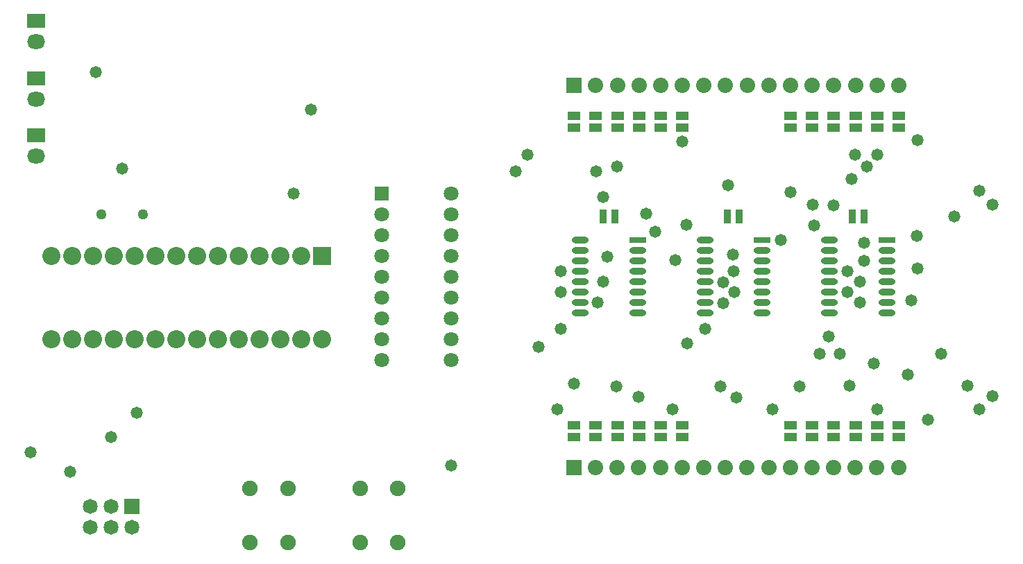
<source format=gbs>
G04*
G04 #@! TF.GenerationSoftware,Altium Limited,Altium Designer,24.5.2 (23)*
G04*
G04 Layer_Color=16711935*
%FSLAX44Y44*%
%MOMM*%
G71*
G04*
G04 #@! TF.SameCoordinates,5CBC3D74-EA73-4CBB-BCEB-C53DBBCF94AE*
G04*
G04*
G04 #@! TF.FilePolarity,Negative*
G04*
G01*
G75*
%ADD27R,0.9532X1.6532*%
%ADD28R,1.5532X1.0032*%
%ADD34R,2.2032X2.2032*%
%ADD35C,2.2032*%
%ADD36C,1.8732*%
%ADD37R,1.8732X1.8732*%
%ADD38C,1.9032*%
%ADD39C,1.8232*%
%ADD40R,1.8232X1.8232*%
%ADD41C,1.2782*%
%ADD42C,1.8032*%
%ADD43R,1.8032X1.8032*%
%ADD44O,2.2032X1.8032*%
%ADD45R,2.2032X1.8032*%
%ADD46C,1.4732*%
%ADD64R,2.0532X0.8032*%
%ADD65O,2.0532X0.8032*%
D27*
X1051380Y429000D02*
D03*
X1065880D02*
D03*
X899500D02*
D03*
X914000D02*
D03*
X747620D02*
D03*
X762120D02*
D03*
D28*
X765030Y538000D02*
D03*
Y552000D02*
D03*
X1055430Y174000D02*
D03*
Y160000D02*
D03*
X1081830Y174000D02*
D03*
Y160000D02*
D03*
X1029030Y174000D02*
D03*
Y160000D02*
D03*
X1108230Y160000D02*
D03*
Y174000D02*
D03*
X817830Y538000D02*
D03*
Y552000D02*
D03*
X738630Y552000D02*
D03*
Y538000D02*
D03*
X791430Y538000D02*
D03*
Y552000D02*
D03*
X712230Y552000D02*
D03*
Y538000D02*
D03*
X844230Y538000D02*
D03*
Y552000D02*
D03*
X976230Y174000D02*
D03*
Y160000D02*
D03*
X1002630Y174000D02*
D03*
Y160000D02*
D03*
Y538000D02*
D03*
Y552000D02*
D03*
X844230Y174000D02*
D03*
Y160000D02*
D03*
X976230Y538000D02*
D03*
Y552000D02*
D03*
X791430Y174000D02*
D03*
Y160000D02*
D03*
X1029030Y538000D02*
D03*
Y552000D02*
D03*
X817830Y174000D02*
D03*
Y160000D02*
D03*
X1081830Y538000D02*
D03*
Y552000D02*
D03*
X765030Y174000D02*
D03*
Y160000D02*
D03*
X1055430Y538000D02*
D03*
Y552000D02*
D03*
X712000Y174000D02*
D03*
Y160000D02*
D03*
X1108230Y538000D02*
D03*
Y552000D02*
D03*
X738630Y174000D02*
D03*
Y160000D02*
D03*
D34*
X405100Y380800D02*
D03*
D35*
X379700D02*
D03*
X354300D02*
D03*
X328900D02*
D03*
X303500D02*
D03*
X278100D02*
D03*
X252700D02*
D03*
X227300D02*
D03*
X201900D02*
D03*
X176500D02*
D03*
X151100D02*
D03*
X125700D02*
D03*
X100300D02*
D03*
X74900D02*
D03*
X405100Y279200D02*
D03*
X379700D02*
D03*
X354300D02*
D03*
X328900D02*
D03*
X303500D02*
D03*
X278100D02*
D03*
X252700D02*
D03*
X227300D02*
D03*
X201900D02*
D03*
X176500D02*
D03*
X151100D02*
D03*
X125700D02*
D03*
X100300D02*
D03*
X74900D02*
D03*
D36*
X1108227Y588970D02*
D03*
X1081827D02*
D03*
X1055427D02*
D03*
X1029027D02*
D03*
X1002627D02*
D03*
X976227D02*
D03*
X949827D02*
D03*
X923427D02*
D03*
X897027D02*
D03*
X870627D02*
D03*
X844227D02*
D03*
X817827D02*
D03*
X791427D02*
D03*
X765027D02*
D03*
X738627D02*
D03*
X1108000Y123000D02*
D03*
X1081600D02*
D03*
X1055200D02*
D03*
X1028800D02*
D03*
X1002400D02*
D03*
X976000D02*
D03*
X949600D02*
D03*
X923200D02*
D03*
X896800D02*
D03*
X870400D02*
D03*
X844000D02*
D03*
X817600D02*
D03*
X791200D02*
D03*
X764800D02*
D03*
X738400D02*
D03*
D37*
X712227Y588970D02*
D03*
X712000Y123000D02*
D03*
D38*
X317000Y31000D02*
D03*
X363000D02*
D03*
X317000Y97000D02*
D03*
X363000D02*
D03*
X451000Y31000D02*
D03*
X497000D02*
D03*
X451000Y97000D02*
D03*
X497000D02*
D03*
D39*
X121600Y75700D02*
D03*
X172400Y50300D02*
D03*
X147000D02*
D03*
X121600D02*
D03*
X147000Y75700D02*
D03*
D40*
X172400D02*
D03*
D41*
X135600Y432000D02*
D03*
X186400D02*
D03*
D42*
X562500Y254150D02*
D03*
Y279550D02*
D03*
Y304950D02*
D03*
Y330350D02*
D03*
Y355750D02*
D03*
Y381150D02*
D03*
Y406550D02*
D03*
Y431950D02*
D03*
Y457350D02*
D03*
X477500Y254150D02*
D03*
Y279550D02*
D03*
Y304950D02*
D03*
Y330350D02*
D03*
Y355750D02*
D03*
Y381150D02*
D03*
Y406550D02*
D03*
Y431950D02*
D03*
D43*
Y457350D02*
D03*
D44*
X56000Y642600D02*
D03*
X56000Y572600D02*
D03*
Y502600D02*
D03*
D45*
X56000Y668000D02*
D03*
X56000Y598000D02*
D03*
Y528000D02*
D03*
D46*
X655000Y505000D02*
D03*
X641000Y484000D02*
D03*
X747620Y452620D02*
D03*
X739000Y484000D02*
D03*
X179000Y190000D02*
D03*
X161000Y488000D02*
D03*
X129000Y605500D02*
D03*
X844000Y521000D02*
D03*
X1012000Y262000D02*
D03*
X1036000D02*
D03*
X836000Y375650D02*
D03*
X1003000Y444000D02*
D03*
X1176000Y429000D02*
D03*
X1023000Y283000D02*
D03*
X1046000Y337000D02*
D03*
X696000D02*
D03*
Y362000D02*
D03*
X850000Y274000D02*
D03*
X1160000Y262000D02*
D03*
X1119000Y236000D02*
D03*
X1078000Y250000D02*
D03*
X1048000Y222500D02*
D03*
X987000Y222000D02*
D03*
X910000Y208000D02*
D03*
X954000Y194000D02*
D03*
X1192000Y223000D02*
D03*
X1144000Y181000D02*
D03*
X1082000Y194000D02*
D03*
X562000Y125000D02*
D03*
X669000Y270000D02*
D03*
X696000Y292000D02*
D03*
X741000Y324000D02*
D03*
X894213Y323749D02*
D03*
X872000Y292000D02*
D03*
X692000Y194000D02*
D03*
X712000Y225000D02*
D03*
X764000Y222150D02*
D03*
X891000D02*
D03*
X791000Y209000D02*
D03*
X832000Y194000D02*
D03*
X370000Y457000D02*
D03*
X97000Y118000D02*
D03*
X49000Y141000D02*
D03*
X147000Y160000D02*
D03*
X391000Y560000D02*
D03*
X964140Y400140D02*
D03*
X1069000Y490000D02*
D03*
X1082000Y505000D02*
D03*
X1131000Y522000D02*
D03*
X765000Y490000D02*
D03*
X1055000Y505000D02*
D03*
X1051000Y475000D02*
D03*
X976000Y459000D02*
D03*
X900000Y467000D02*
D03*
X800257Y432611D02*
D03*
X849000Y419000D02*
D03*
X1005431Y418012D02*
D03*
X811000Y411000D02*
D03*
X1206535Y460511D02*
D03*
X1028996Y443068D02*
D03*
X1222665Y443270D02*
D03*
X1206634Y194000D02*
D03*
X1131073Y365427D02*
D03*
X1130750Y405250D02*
D03*
X1124000Y327000D02*
D03*
X1066000Y397000D02*
D03*
X753000Y380000D02*
D03*
X906000Y383000D02*
D03*
X908089Y336708D02*
D03*
X906910Y362234D02*
D03*
X893951Y349013D02*
D03*
X1223000Y210000D02*
D03*
X1066000Y375000D02*
D03*
X1060600Y324000D02*
D03*
Y349400D02*
D03*
X1046000Y362100D02*
D03*
X747400Y349400D02*
D03*
D64*
X1093630Y400200D02*
D03*
X941750D02*
D03*
X789870D02*
D03*
D65*
X1093630Y387500D02*
D03*
Y374800D02*
D03*
Y362100D02*
D03*
Y349400D02*
D03*
Y336700D02*
D03*
Y324000D02*
D03*
Y311300D02*
D03*
X1023630Y400200D02*
D03*
Y387500D02*
D03*
Y374800D02*
D03*
Y362100D02*
D03*
Y349400D02*
D03*
Y336700D02*
D03*
Y324000D02*
D03*
Y311300D02*
D03*
X941750Y387500D02*
D03*
Y374800D02*
D03*
Y362100D02*
D03*
Y349400D02*
D03*
Y336700D02*
D03*
Y324000D02*
D03*
Y311300D02*
D03*
X871750Y400200D02*
D03*
Y387500D02*
D03*
Y374800D02*
D03*
Y362100D02*
D03*
Y349400D02*
D03*
Y336700D02*
D03*
Y324000D02*
D03*
Y311300D02*
D03*
X789870Y387500D02*
D03*
Y374800D02*
D03*
Y362100D02*
D03*
Y349400D02*
D03*
Y336700D02*
D03*
Y324000D02*
D03*
Y311300D02*
D03*
X719870Y400200D02*
D03*
Y387500D02*
D03*
Y374800D02*
D03*
Y362100D02*
D03*
Y349400D02*
D03*
Y336700D02*
D03*
Y324000D02*
D03*
Y311300D02*
D03*
M02*

</source>
